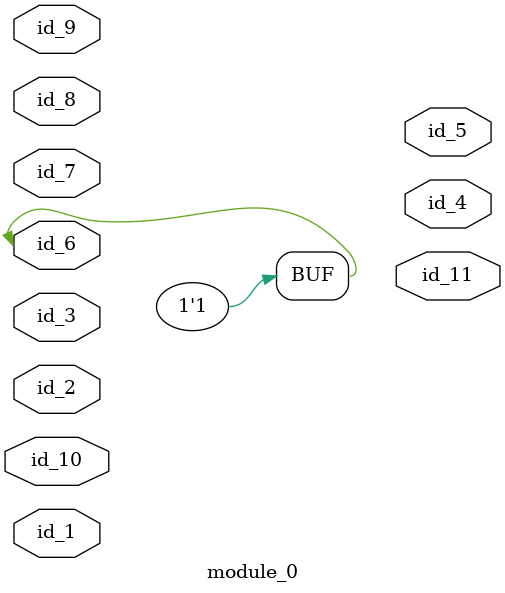
<source format=v>
module module_0 (
    id_1,
    id_2,
    id_3,
    id_4,
    id_5,
    id_6,
    id_7,
    id_8,
    id_9,
    id_10,
    id_11
);
  output id_11;
  input id_10;
  input id_9;
  inout id_8;
  input id_7;
  inout id_6;
  output id_5;
  output id_4;
  input id_3;
  input id_2;
  input id_1;
  assign id_6[1'b0] = 1;
endmodule

</source>
